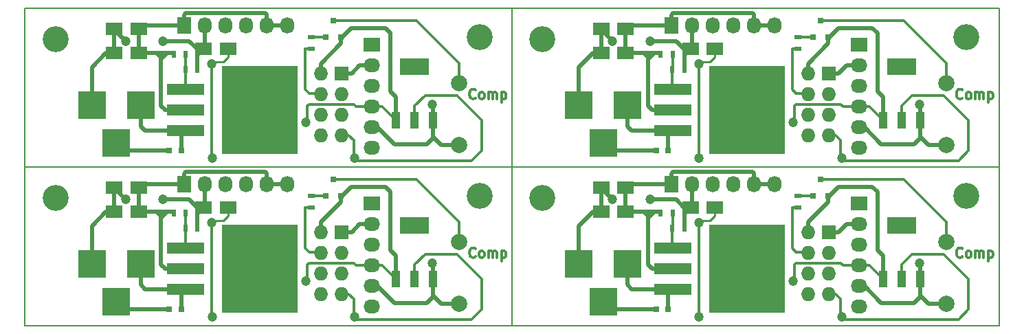
<source format=gbr>
G04 #@! TF.FileFunction,Copper,L1,Top,Signal*
%FSLAX46Y46*%
G04 Gerber Fmt 4.6, Leading zero omitted, Abs format (unit mm)*
G04 Created by KiCad (PCBNEW (2015-01-16 BZR 5376)-product) date 1/21/2016 3:46:14 PM*
%MOMM*%
G01*
G04 APERTURE LIST*
%ADD10C,0.100000*%
%ADD11C,0.150000*%
%ADD12C,0.300000*%
%ADD13C,3.200000*%
%ADD14R,2.032000X1.727200*%
%ADD15O,2.032000X1.727200*%
%ADD16R,4.600000X1.390000*%
%ADD17R,9.400000X10.800000*%
%ADD18R,0.500000X0.900000*%
%ADD19R,2.148840X1.501140*%
%ADD20R,3.657600X2.032000*%
%ADD21R,1.016000X2.032000*%
%ADD22C,2.000000*%
%ADD23R,0.900000X0.500000*%
%ADD24R,0.800100X0.800100*%
%ADD25R,1.727200X2.032000*%
%ADD26O,1.727200X2.032000*%
%ADD27R,3.500120X3.500120*%
%ADD28R,0.800000X0.750000*%
%ADD29R,1.727200X1.727200*%
%ADD30O,1.727200X1.727200*%
%ADD31C,1.200000*%
%ADD32C,0.500000*%
%ADD33C,0.350000*%
%ADD34C,0.250000*%
G04 APERTURE END LIST*
D10*
D11*
X206000000Y-77500000D02*
X206000000Y-77000000D01*
X206000000Y-77000000D02*
X146000000Y-77000000D01*
X146000000Y-77000000D02*
X146000000Y-96500000D01*
X146000000Y-96500000D02*
X206000000Y-96500000D01*
X206000000Y-96500000D02*
X206000000Y-77500000D01*
D12*
X201485715Y-88028571D02*
X201428572Y-88085714D01*
X201257143Y-88142857D01*
X201142857Y-88142857D01*
X200971429Y-88085714D01*
X200857143Y-87971429D01*
X200800000Y-87857143D01*
X200742857Y-87628571D01*
X200742857Y-87457143D01*
X200800000Y-87228571D01*
X200857143Y-87114286D01*
X200971429Y-87000000D01*
X201142857Y-86942857D01*
X201257143Y-86942857D01*
X201428572Y-87000000D01*
X201485715Y-87057143D01*
X202171429Y-88142857D02*
X202057143Y-88085714D01*
X202000000Y-88028571D01*
X201942857Y-87914286D01*
X201942857Y-87571429D01*
X202000000Y-87457143D01*
X202057143Y-87400000D01*
X202171429Y-87342857D01*
X202342857Y-87342857D01*
X202457143Y-87400000D01*
X202514286Y-87457143D01*
X202571429Y-87571429D01*
X202571429Y-87914286D01*
X202514286Y-88028571D01*
X202457143Y-88085714D01*
X202342857Y-88142857D01*
X202171429Y-88142857D01*
X203085714Y-88142857D02*
X203085714Y-87342857D01*
X203085714Y-87457143D02*
X203142857Y-87400000D01*
X203257143Y-87342857D01*
X203428571Y-87342857D01*
X203542857Y-87400000D01*
X203600000Y-87514286D01*
X203600000Y-88142857D01*
X203600000Y-87514286D02*
X203657143Y-87400000D01*
X203771429Y-87342857D01*
X203942857Y-87342857D01*
X204057143Y-87400000D01*
X204114286Y-87514286D01*
X204114286Y-88142857D01*
X204685714Y-87342857D02*
X204685714Y-88542857D01*
X204685714Y-87400000D02*
X204800000Y-87342857D01*
X205028571Y-87342857D01*
X205142857Y-87400000D01*
X205200000Y-87457143D01*
X205257143Y-87571429D01*
X205257143Y-87914286D01*
X205200000Y-88028571D01*
X205142857Y-88085714D01*
X205028571Y-88142857D01*
X204800000Y-88142857D01*
X204685714Y-88085714D01*
X201485715Y-107578571D02*
X201428572Y-107635714D01*
X201257143Y-107692857D01*
X201142857Y-107692857D01*
X200971429Y-107635714D01*
X200857143Y-107521429D01*
X200800000Y-107407143D01*
X200742857Y-107178571D01*
X200742857Y-107007143D01*
X200800000Y-106778571D01*
X200857143Y-106664286D01*
X200971429Y-106550000D01*
X201142857Y-106492857D01*
X201257143Y-106492857D01*
X201428572Y-106550000D01*
X201485715Y-106607143D01*
X202171429Y-107692857D02*
X202057143Y-107635714D01*
X202000000Y-107578571D01*
X201942857Y-107464286D01*
X201942857Y-107121429D01*
X202000000Y-107007143D01*
X202057143Y-106950000D01*
X202171429Y-106892857D01*
X202342857Y-106892857D01*
X202457143Y-106950000D01*
X202514286Y-107007143D01*
X202571429Y-107121429D01*
X202571429Y-107464286D01*
X202514286Y-107578571D01*
X202457143Y-107635714D01*
X202342857Y-107692857D01*
X202171429Y-107692857D01*
X203085714Y-107692857D02*
X203085714Y-106892857D01*
X203085714Y-107007143D02*
X203142857Y-106950000D01*
X203257143Y-106892857D01*
X203428571Y-106892857D01*
X203542857Y-106950000D01*
X203600000Y-107064286D01*
X203600000Y-107692857D01*
X203600000Y-107064286D02*
X203657143Y-106950000D01*
X203771429Y-106892857D01*
X203942857Y-106892857D01*
X204057143Y-106950000D01*
X204114286Y-107064286D01*
X204114286Y-107692857D01*
X204685714Y-106892857D02*
X204685714Y-108092857D01*
X204685714Y-106950000D02*
X204800000Y-106892857D01*
X205028571Y-106892857D01*
X205142857Y-106950000D01*
X205200000Y-107007143D01*
X205257143Y-107121429D01*
X205257143Y-107464286D01*
X205200000Y-107578571D01*
X205142857Y-107635714D01*
X205028571Y-107692857D01*
X204800000Y-107692857D01*
X204685714Y-107635714D01*
D11*
X206000000Y-116050000D02*
X206000000Y-97050000D01*
X146000000Y-116050000D02*
X206000000Y-116050000D01*
X146000000Y-96550000D02*
X146000000Y-116050000D01*
X206000000Y-96550000D02*
X146000000Y-96550000D01*
X206000000Y-97050000D02*
X206000000Y-96550000D01*
X146000000Y-97050000D02*
X146000000Y-96550000D01*
X146000000Y-96550000D02*
X86000000Y-96550000D01*
X86000000Y-96550000D02*
X86000000Y-116050000D01*
X86000000Y-116050000D02*
X146000000Y-116050000D01*
X146000000Y-116050000D02*
X146000000Y-97050000D01*
D12*
X141485715Y-107578571D02*
X141428572Y-107635714D01*
X141257143Y-107692857D01*
X141142857Y-107692857D01*
X140971429Y-107635714D01*
X140857143Y-107521429D01*
X140800000Y-107407143D01*
X140742857Y-107178571D01*
X140742857Y-107007143D01*
X140800000Y-106778571D01*
X140857143Y-106664286D01*
X140971429Y-106550000D01*
X141142857Y-106492857D01*
X141257143Y-106492857D01*
X141428572Y-106550000D01*
X141485715Y-106607143D01*
X142171429Y-107692857D02*
X142057143Y-107635714D01*
X142000000Y-107578571D01*
X141942857Y-107464286D01*
X141942857Y-107121429D01*
X142000000Y-107007143D01*
X142057143Y-106950000D01*
X142171429Y-106892857D01*
X142342857Y-106892857D01*
X142457143Y-106950000D01*
X142514286Y-107007143D01*
X142571429Y-107121429D01*
X142571429Y-107464286D01*
X142514286Y-107578571D01*
X142457143Y-107635714D01*
X142342857Y-107692857D01*
X142171429Y-107692857D01*
X143085714Y-107692857D02*
X143085714Y-106892857D01*
X143085714Y-107007143D02*
X143142857Y-106950000D01*
X143257143Y-106892857D01*
X143428571Y-106892857D01*
X143542857Y-106950000D01*
X143600000Y-107064286D01*
X143600000Y-107692857D01*
X143600000Y-107064286D02*
X143657143Y-106950000D01*
X143771429Y-106892857D01*
X143942857Y-106892857D01*
X144057143Y-106950000D01*
X144114286Y-107064286D01*
X144114286Y-107692857D01*
X144685714Y-106892857D02*
X144685714Y-108092857D01*
X144685714Y-106950000D02*
X144800000Y-106892857D01*
X145028571Y-106892857D01*
X145142857Y-106950000D01*
X145200000Y-107007143D01*
X145257143Y-107121429D01*
X145257143Y-107464286D01*
X145200000Y-107578571D01*
X145142857Y-107635714D01*
X145028571Y-107692857D01*
X144800000Y-107692857D01*
X144685714Y-107635714D01*
X141485715Y-88028571D02*
X141428572Y-88085714D01*
X141257143Y-88142857D01*
X141142857Y-88142857D01*
X140971429Y-88085714D01*
X140857143Y-87971429D01*
X140800000Y-87857143D01*
X140742857Y-87628571D01*
X140742857Y-87457143D01*
X140800000Y-87228571D01*
X140857143Y-87114286D01*
X140971429Y-87000000D01*
X141142857Y-86942857D01*
X141257143Y-86942857D01*
X141428572Y-87000000D01*
X141485715Y-87057143D01*
X142171429Y-88142857D02*
X142057143Y-88085714D01*
X142000000Y-88028571D01*
X141942857Y-87914286D01*
X141942857Y-87571429D01*
X142000000Y-87457143D01*
X142057143Y-87400000D01*
X142171429Y-87342857D01*
X142342857Y-87342857D01*
X142457143Y-87400000D01*
X142514286Y-87457143D01*
X142571429Y-87571429D01*
X142571429Y-87914286D01*
X142514286Y-88028571D01*
X142457143Y-88085714D01*
X142342857Y-88142857D01*
X142171429Y-88142857D01*
X143085714Y-88142857D02*
X143085714Y-87342857D01*
X143085714Y-87457143D02*
X143142857Y-87400000D01*
X143257143Y-87342857D01*
X143428571Y-87342857D01*
X143542857Y-87400000D01*
X143600000Y-87514286D01*
X143600000Y-88142857D01*
X143600000Y-87514286D02*
X143657143Y-87400000D01*
X143771429Y-87342857D01*
X143942857Y-87342857D01*
X144057143Y-87400000D01*
X144114286Y-87514286D01*
X144114286Y-88142857D01*
X144685714Y-87342857D02*
X144685714Y-88542857D01*
X144685714Y-87400000D02*
X144800000Y-87342857D01*
X145028571Y-87342857D01*
X145142857Y-87400000D01*
X145200000Y-87457143D01*
X145257143Y-87571429D01*
X145257143Y-87914286D01*
X145200000Y-88028571D01*
X145142857Y-88085714D01*
X145028571Y-88142857D01*
X144800000Y-88142857D01*
X144685714Y-88085714D01*
D11*
X146000000Y-96500000D02*
X146000000Y-77500000D01*
X86000000Y-96500000D02*
X146000000Y-96500000D01*
X86000000Y-77000000D02*
X86000000Y-96500000D01*
X146000000Y-77000000D02*
X86000000Y-77000000D01*
X146000000Y-77500000D02*
X146000000Y-77000000D01*
D13*
X149750000Y-80750000D03*
D14*
X188750000Y-81500000D03*
D15*
X188750000Y-84040000D03*
X188750000Y-86580000D03*
X188750000Y-89120000D03*
X188750000Y-91660000D03*
X188750000Y-94200000D03*
D16*
X165775000Y-89475000D03*
D17*
X174925000Y-89475000D03*
D16*
X165775000Y-92015000D03*
X165775000Y-86935000D03*
D18*
X164300000Y-82675000D03*
X165800000Y-82675000D03*
X165750000Y-84500000D03*
X167250000Y-84500000D03*
D19*
X156998860Y-82500000D03*
X160001140Y-82500000D03*
D20*
X194000000Y-84198000D03*
D21*
X194000000Y-90802000D03*
X196286000Y-90802000D03*
X191714000Y-90802000D03*
D22*
X199500000Y-93799840D03*
X199500000Y-86200160D03*
D23*
X181250000Y-80500000D03*
X181250000Y-82000000D03*
D24*
X183050000Y-80500760D03*
X184950000Y-80500760D03*
X184000000Y-78501780D03*
D25*
X165600000Y-79075000D03*
D26*
X168140000Y-79075000D03*
X170680000Y-79075000D03*
X173220000Y-79075000D03*
X175760000Y-79075000D03*
X178300000Y-79075000D03*
D13*
X202000000Y-80500000D03*
D27*
X160250140Y-88900000D03*
X154250660Y-88900000D03*
X157250400Y-93599000D03*
D19*
X167998860Y-82000000D03*
X171001140Y-82000000D03*
X156998860Y-79500000D03*
X160001140Y-79500000D03*
D28*
X165250000Y-94500000D03*
X163750000Y-94500000D03*
D29*
X185000000Y-85000000D03*
D30*
X182460000Y-85000000D03*
X185000000Y-87540000D03*
X182460000Y-87540000D03*
X185000000Y-90080000D03*
X182460000Y-90080000D03*
X185000000Y-92620000D03*
X182460000Y-92620000D03*
D29*
X185000000Y-104550000D03*
D30*
X182460000Y-104550000D03*
X185000000Y-107090000D03*
X182460000Y-107090000D03*
X185000000Y-109630000D03*
X182460000Y-109630000D03*
X185000000Y-112170000D03*
X182460000Y-112170000D03*
D28*
X165250000Y-114050000D03*
X163750000Y-114050000D03*
D19*
X156998860Y-99050000D03*
X160001140Y-99050000D03*
X167998860Y-101550000D03*
X171001140Y-101550000D03*
D27*
X160250140Y-108450000D03*
X154250660Y-108450000D03*
X157250400Y-113149000D03*
D13*
X202000000Y-100050000D03*
D25*
X165600000Y-98625000D03*
D26*
X168140000Y-98625000D03*
X170680000Y-98625000D03*
X173220000Y-98625000D03*
X175760000Y-98625000D03*
X178300000Y-98625000D03*
D24*
X183050000Y-100050760D03*
X184950000Y-100050760D03*
X184000000Y-98051780D03*
D23*
X181250000Y-100050000D03*
X181250000Y-101550000D03*
D22*
X199500000Y-113349840D03*
X199500000Y-105750160D03*
D20*
X194000000Y-103748000D03*
D21*
X194000000Y-110352000D03*
X196286000Y-110352000D03*
X191714000Y-110352000D03*
D19*
X156998860Y-102050000D03*
X160001140Y-102050000D03*
D18*
X165750000Y-104050000D03*
X167250000Y-104050000D03*
X164300000Y-102225000D03*
X165800000Y-102225000D03*
D16*
X165775000Y-109025000D03*
D17*
X174925000Y-109025000D03*
D16*
X165775000Y-111565000D03*
X165775000Y-106485000D03*
D14*
X188750000Y-101050000D03*
D15*
X188750000Y-103590000D03*
X188750000Y-106130000D03*
X188750000Y-108670000D03*
X188750000Y-111210000D03*
X188750000Y-113750000D03*
D13*
X149750000Y-100300000D03*
X89750000Y-100300000D03*
D14*
X128750000Y-101050000D03*
D15*
X128750000Y-103590000D03*
X128750000Y-106130000D03*
X128750000Y-108670000D03*
X128750000Y-111210000D03*
X128750000Y-113750000D03*
D16*
X105775000Y-109025000D03*
D17*
X114925000Y-109025000D03*
D16*
X105775000Y-111565000D03*
X105775000Y-106485000D03*
D18*
X104300000Y-102225000D03*
X105800000Y-102225000D03*
X105750000Y-104050000D03*
X107250000Y-104050000D03*
D19*
X96998860Y-102050000D03*
X100001140Y-102050000D03*
D20*
X134000000Y-103748000D03*
D21*
X134000000Y-110352000D03*
X136286000Y-110352000D03*
X131714000Y-110352000D03*
D22*
X139500000Y-113349840D03*
X139500000Y-105750160D03*
D23*
X121250000Y-100050000D03*
X121250000Y-101550000D03*
D24*
X123050000Y-100050760D03*
X124950000Y-100050760D03*
X124000000Y-98051780D03*
D25*
X105600000Y-98625000D03*
D26*
X108140000Y-98625000D03*
X110680000Y-98625000D03*
X113220000Y-98625000D03*
X115760000Y-98625000D03*
X118300000Y-98625000D03*
D13*
X142000000Y-100050000D03*
D27*
X100250140Y-108450000D03*
X94250660Y-108450000D03*
X97250400Y-113149000D03*
D19*
X107998860Y-101550000D03*
X111001140Y-101550000D03*
X96998860Y-99050000D03*
X100001140Y-99050000D03*
D28*
X105250000Y-114050000D03*
X103750000Y-114050000D03*
D29*
X125000000Y-104550000D03*
D30*
X122460000Y-104550000D03*
X125000000Y-107090000D03*
X122460000Y-107090000D03*
X125000000Y-109630000D03*
X122460000Y-109630000D03*
X125000000Y-112170000D03*
X122460000Y-112170000D03*
D29*
X125000000Y-85000000D03*
D30*
X122460000Y-85000000D03*
X125000000Y-87540000D03*
X122460000Y-87540000D03*
X125000000Y-90080000D03*
X122460000Y-90080000D03*
X125000000Y-92620000D03*
X122460000Y-92620000D03*
D28*
X105250000Y-94500000D03*
X103750000Y-94500000D03*
D19*
X96998860Y-79500000D03*
X100001140Y-79500000D03*
X107998860Y-82000000D03*
X111001140Y-82000000D03*
D27*
X100250140Y-88900000D03*
X94250660Y-88900000D03*
X97250400Y-93599000D03*
D13*
X142000000Y-80500000D03*
D25*
X105600000Y-79075000D03*
D26*
X108140000Y-79075000D03*
X110680000Y-79075000D03*
X113220000Y-79075000D03*
X115760000Y-79075000D03*
X118300000Y-79075000D03*
D24*
X123050000Y-80500760D03*
X124950000Y-80500760D03*
X124000000Y-78501780D03*
D23*
X121250000Y-80500000D03*
X121250000Y-82000000D03*
D22*
X139500000Y-93799840D03*
X139500000Y-86200160D03*
D20*
X134000000Y-84198000D03*
D21*
X134000000Y-90802000D03*
X136286000Y-90802000D03*
X131714000Y-90802000D03*
D19*
X96998860Y-82500000D03*
X100001140Y-82500000D03*
D18*
X105750000Y-84500000D03*
X107250000Y-84500000D03*
X104300000Y-82675000D03*
X105800000Y-82675000D03*
D16*
X105775000Y-89475000D03*
D17*
X114925000Y-89475000D03*
D16*
X105775000Y-92015000D03*
X105775000Y-86935000D03*
D14*
X128750000Y-81500000D03*
D15*
X128750000Y-84040000D03*
X128750000Y-86580000D03*
X128750000Y-89120000D03*
X128750000Y-91660000D03*
X128750000Y-94200000D03*
D13*
X89750000Y-80750000D03*
D31*
X158400000Y-81000000D03*
X163000000Y-81000000D03*
X180600000Y-91050000D03*
X180600000Y-110600000D03*
X163000000Y-100550000D03*
X158400000Y-100550000D03*
X98400000Y-100550000D03*
X103000000Y-100550000D03*
X120600000Y-110600000D03*
X120600000Y-91050000D03*
X103000000Y-81000000D03*
X98400000Y-81000000D03*
X196200000Y-88800000D03*
X196200000Y-108350000D03*
X136200000Y-108350000D03*
X136200000Y-88800000D03*
X186600000Y-95400000D03*
X169000000Y-83800000D03*
X169050000Y-95450000D03*
X169050000Y-115000000D03*
X169000000Y-103350000D03*
X186600000Y-114950000D03*
X126600000Y-114950000D03*
X109000000Y-103350000D03*
X109050000Y-115000000D03*
X109050000Y-95450000D03*
X109000000Y-83800000D03*
X126600000Y-95400000D03*
D32*
X165250000Y-94500000D02*
X165250000Y-92540000D01*
X165250000Y-92540000D02*
X165775000Y-92015000D01*
X165775000Y-92015000D02*
X160765000Y-92015000D01*
X160250140Y-91500140D02*
X160250140Y-88900000D01*
X160765000Y-92015000D02*
X160250140Y-91500140D01*
X160765000Y-111565000D02*
X160250140Y-111050140D01*
X160250140Y-111050140D02*
X160250140Y-108450000D01*
X165775000Y-111565000D02*
X160765000Y-111565000D01*
X165250000Y-112090000D02*
X165775000Y-111565000D01*
X165250000Y-114050000D02*
X165250000Y-112090000D01*
X105250000Y-114050000D02*
X105250000Y-112090000D01*
X105250000Y-112090000D02*
X105775000Y-111565000D01*
X105775000Y-111565000D02*
X100765000Y-111565000D01*
X100250140Y-111050140D02*
X100250140Y-108450000D01*
X100765000Y-111565000D02*
X100250140Y-111050140D01*
X100765000Y-92015000D02*
X100250140Y-91500140D01*
X100250140Y-91500140D02*
X100250140Y-88900000D01*
X105775000Y-92015000D02*
X100765000Y-92015000D01*
X105250000Y-92540000D02*
X105775000Y-92015000D01*
X105250000Y-94500000D02*
X105250000Y-92540000D01*
D33*
X188750000Y-89120000D02*
X190032000Y-89120000D01*
X190032000Y-89120000D02*
X191714000Y-90802000D01*
D32*
X163800000Y-94550000D02*
X163750000Y-94500000D01*
X191714000Y-90802000D02*
X191714000Y-87914000D01*
X191714000Y-87914000D02*
X191000000Y-87200000D01*
X191000000Y-87200000D02*
X191000000Y-80000000D01*
X191000000Y-80000000D02*
X190400000Y-79400000D01*
X190400000Y-79400000D02*
X186200000Y-79400000D01*
X186200000Y-79400000D02*
X185099240Y-80500760D01*
X185099240Y-80500760D02*
X184950000Y-80500760D01*
X163750000Y-94500000D02*
X158151400Y-94500000D01*
X158151400Y-94500000D02*
X157250400Y-93599000D01*
X182460000Y-85000000D02*
X182460000Y-83790000D01*
X184950000Y-81300000D02*
X184950000Y-80500760D01*
X182460000Y-83790000D02*
X184950000Y-81300000D01*
X167998860Y-82000000D02*
X167200000Y-82000000D01*
X167200000Y-82000000D02*
X166200000Y-81000000D01*
X158400000Y-81000000D02*
X156998860Y-79598860D01*
X166200000Y-81000000D02*
X163000000Y-81000000D01*
X156998860Y-79598860D02*
X156998860Y-79500000D01*
X168140000Y-79075000D02*
X168140000Y-81858860D01*
X168140000Y-81858860D02*
X167998860Y-82000000D01*
X156998860Y-82500000D02*
X156000000Y-82500000D01*
X156000000Y-82500000D02*
X154250660Y-84249340D01*
X154250660Y-84249340D02*
X154250660Y-88900000D01*
X156998860Y-82500000D02*
X156998860Y-79500000D01*
X167250000Y-84500000D02*
X167250000Y-82748860D01*
X167250000Y-82748860D02*
X167998860Y-82000000D01*
D33*
X180600000Y-91050000D02*
X180800000Y-90850000D01*
X180800000Y-90850000D02*
X180800000Y-89000000D01*
X188750000Y-89120000D02*
X186820000Y-89120000D01*
X181000000Y-88800000D02*
X180800000Y-89000000D01*
X186500000Y-88800000D02*
X181000000Y-88800000D01*
X186820000Y-89120000D02*
X186500000Y-88800000D01*
X186820000Y-108670000D02*
X186500000Y-108350000D01*
X186500000Y-108350000D02*
X181000000Y-108350000D01*
X181000000Y-108350000D02*
X180800000Y-108550000D01*
X188750000Y-108670000D02*
X186820000Y-108670000D01*
X180800000Y-110400000D02*
X180800000Y-108550000D01*
X180600000Y-110600000D02*
X180800000Y-110400000D01*
D32*
X167250000Y-102298860D02*
X167998860Y-101550000D01*
X167250000Y-104050000D02*
X167250000Y-102298860D01*
X156998860Y-102050000D02*
X156998860Y-99050000D01*
X154250660Y-103799340D02*
X154250660Y-108450000D01*
X156000000Y-102050000D02*
X154250660Y-103799340D01*
X156998860Y-102050000D02*
X156000000Y-102050000D01*
X168140000Y-101408860D02*
X167998860Y-101550000D01*
X168140000Y-98625000D02*
X168140000Y-101408860D01*
X156998860Y-99148860D02*
X156998860Y-99050000D01*
X166200000Y-100550000D02*
X163000000Y-100550000D01*
X158400000Y-100550000D02*
X156998860Y-99148860D01*
X167200000Y-101550000D02*
X166200000Y-100550000D01*
X167998860Y-101550000D02*
X167200000Y-101550000D01*
X182460000Y-103340000D02*
X184950000Y-100850000D01*
X184950000Y-100850000D02*
X184950000Y-100050760D01*
X182460000Y-104550000D02*
X182460000Y-103340000D01*
X158151400Y-114050000D02*
X157250400Y-113149000D01*
X163750000Y-114050000D02*
X158151400Y-114050000D01*
X185099240Y-100050760D02*
X184950000Y-100050760D01*
X186200000Y-98950000D02*
X185099240Y-100050760D01*
X190400000Y-98950000D02*
X186200000Y-98950000D01*
X191000000Y-99550000D02*
X190400000Y-98950000D01*
X191000000Y-106750000D02*
X191000000Y-99550000D01*
X191714000Y-107464000D02*
X191000000Y-106750000D01*
X191714000Y-110352000D02*
X191714000Y-107464000D01*
X163800000Y-114100000D02*
X163750000Y-114050000D01*
D33*
X190032000Y-108670000D02*
X191714000Y-110352000D01*
X188750000Y-108670000D02*
X190032000Y-108670000D01*
X128750000Y-108670000D02*
X130032000Y-108670000D01*
X130032000Y-108670000D02*
X131714000Y-110352000D01*
D32*
X103800000Y-114100000D02*
X103750000Y-114050000D01*
X131714000Y-110352000D02*
X131714000Y-107464000D01*
X131714000Y-107464000D02*
X131000000Y-106750000D01*
X131000000Y-106750000D02*
X131000000Y-99550000D01*
X131000000Y-99550000D02*
X130400000Y-98950000D01*
X130400000Y-98950000D02*
X126200000Y-98950000D01*
X126200000Y-98950000D02*
X125099240Y-100050760D01*
X125099240Y-100050760D02*
X124950000Y-100050760D01*
X103750000Y-114050000D02*
X98151400Y-114050000D01*
X98151400Y-114050000D02*
X97250400Y-113149000D01*
X122460000Y-104550000D02*
X122460000Y-103340000D01*
X124950000Y-100850000D02*
X124950000Y-100050760D01*
X122460000Y-103340000D02*
X124950000Y-100850000D01*
X107998860Y-101550000D02*
X107200000Y-101550000D01*
X107200000Y-101550000D02*
X106200000Y-100550000D01*
X98400000Y-100550000D02*
X96998860Y-99148860D01*
X106200000Y-100550000D02*
X103000000Y-100550000D01*
X96998860Y-99148860D02*
X96998860Y-99050000D01*
X108140000Y-98625000D02*
X108140000Y-101408860D01*
X108140000Y-101408860D02*
X107998860Y-101550000D01*
X96998860Y-102050000D02*
X96000000Y-102050000D01*
X96000000Y-102050000D02*
X94250660Y-103799340D01*
X94250660Y-103799340D02*
X94250660Y-108450000D01*
X96998860Y-102050000D02*
X96998860Y-99050000D01*
X107250000Y-104050000D02*
X107250000Y-102298860D01*
X107250000Y-102298860D02*
X107998860Y-101550000D01*
D33*
X120600000Y-110600000D02*
X120800000Y-110400000D01*
X120800000Y-110400000D02*
X120800000Y-108550000D01*
X128750000Y-108670000D02*
X126820000Y-108670000D01*
X121000000Y-108350000D02*
X120800000Y-108550000D01*
X126500000Y-108350000D02*
X121000000Y-108350000D01*
X126820000Y-108670000D02*
X126500000Y-108350000D01*
X126820000Y-89120000D02*
X126500000Y-88800000D01*
X126500000Y-88800000D02*
X121000000Y-88800000D01*
X121000000Y-88800000D02*
X120800000Y-89000000D01*
X128750000Y-89120000D02*
X126820000Y-89120000D01*
X120800000Y-90850000D02*
X120800000Y-89000000D01*
X120600000Y-91050000D02*
X120800000Y-90850000D01*
D32*
X107250000Y-82748860D02*
X107998860Y-82000000D01*
X107250000Y-84500000D02*
X107250000Y-82748860D01*
X96998860Y-82500000D02*
X96998860Y-79500000D01*
X94250660Y-84249340D02*
X94250660Y-88900000D01*
X96000000Y-82500000D02*
X94250660Y-84249340D01*
X96998860Y-82500000D02*
X96000000Y-82500000D01*
X108140000Y-81858860D02*
X107998860Y-82000000D01*
X108140000Y-79075000D02*
X108140000Y-81858860D01*
X96998860Y-79598860D02*
X96998860Y-79500000D01*
X106200000Y-81000000D02*
X103000000Y-81000000D01*
X98400000Y-81000000D02*
X96998860Y-79598860D01*
X107200000Y-82000000D02*
X106200000Y-81000000D01*
X107998860Y-82000000D02*
X107200000Y-82000000D01*
X122460000Y-83790000D02*
X124950000Y-81300000D01*
X124950000Y-81300000D02*
X124950000Y-80500760D01*
X122460000Y-85000000D02*
X122460000Y-83790000D01*
X98151400Y-94500000D02*
X97250400Y-93599000D01*
X103750000Y-94500000D02*
X98151400Y-94500000D01*
X125099240Y-80500760D02*
X124950000Y-80500760D01*
X126200000Y-79400000D02*
X125099240Y-80500760D01*
X130400000Y-79400000D02*
X126200000Y-79400000D01*
X131000000Y-80000000D02*
X130400000Y-79400000D01*
X131000000Y-87200000D02*
X131000000Y-80000000D01*
X131714000Y-87914000D02*
X131000000Y-87200000D01*
X131714000Y-90802000D02*
X131714000Y-87914000D01*
X103800000Y-94550000D02*
X103750000Y-94500000D01*
D33*
X130032000Y-89120000D02*
X131714000Y-90802000D01*
X128750000Y-89120000D02*
X130032000Y-89120000D01*
D32*
X165600000Y-79075000D02*
X165600000Y-77800000D01*
X175760000Y-77760000D02*
X175760000Y-79075000D01*
X175600000Y-77600000D02*
X175760000Y-77760000D01*
X165800000Y-77600000D02*
X175600000Y-77600000D01*
X165600000Y-77800000D02*
X165800000Y-77600000D01*
X175760000Y-79075000D02*
X178300000Y-79075000D01*
X162250000Y-82500000D02*
X162750000Y-83000000D01*
X162750000Y-83000000D02*
X162750000Y-83250000D01*
X162750000Y-83250000D02*
X162750000Y-82500000D01*
X165775000Y-89475000D02*
X163275000Y-89475000D01*
X162750000Y-83250000D02*
X163500000Y-82500000D01*
X160001140Y-82500000D02*
X162250000Y-82500000D01*
X162250000Y-82500000D02*
X162750000Y-82500000D01*
X162750000Y-82500000D02*
X163500000Y-82500000D01*
X163500000Y-82500000D02*
X164125000Y-82500000D01*
X164125000Y-82500000D02*
X164300000Y-82675000D01*
X160001140Y-79500000D02*
X160001140Y-82500000D01*
X165600000Y-79075000D02*
X160426140Y-79075000D01*
X160426140Y-79075000D02*
X160001140Y-79500000D01*
X196200000Y-88800000D02*
X196286000Y-88886000D01*
X196286000Y-88886000D02*
X196286000Y-90802000D01*
X196286000Y-92500000D02*
X196286000Y-92964000D01*
X191500000Y-93750000D02*
X189410000Y-91660000D01*
X195500000Y-93750000D02*
X191500000Y-93750000D01*
X196286000Y-92964000D02*
X195500000Y-93750000D01*
X189410000Y-91660000D02*
X188750000Y-91660000D01*
X199500000Y-93799840D02*
X197299840Y-93799840D01*
X196286000Y-92786000D02*
X196286000Y-92500000D01*
X196286000Y-92500000D02*
X196286000Y-90802000D01*
X197299840Y-93799840D02*
X196286000Y-92786000D01*
X163275000Y-89475000D02*
X163050000Y-89250000D01*
X163050000Y-89250000D02*
X163000000Y-89250000D01*
X163000000Y-89250000D02*
X162750000Y-89000000D01*
X162750000Y-89000000D02*
X162750000Y-83250000D01*
X162750000Y-108550000D02*
X162750000Y-102800000D01*
X163000000Y-108800000D02*
X162750000Y-108550000D01*
X163050000Y-108800000D02*
X163000000Y-108800000D01*
X163275000Y-109025000D02*
X163050000Y-108800000D01*
X197299840Y-113349840D02*
X196286000Y-112336000D01*
X196286000Y-112050000D02*
X196286000Y-110352000D01*
X196286000Y-112336000D02*
X196286000Y-112050000D01*
X199500000Y-113349840D02*
X197299840Y-113349840D01*
X189410000Y-111210000D02*
X188750000Y-111210000D01*
X196286000Y-112514000D02*
X195500000Y-113300000D01*
X195500000Y-113300000D02*
X191500000Y-113300000D01*
X191500000Y-113300000D02*
X189410000Y-111210000D01*
X196286000Y-112050000D02*
X196286000Y-112514000D01*
X196286000Y-108436000D02*
X196286000Y-110352000D01*
X196200000Y-108350000D02*
X196286000Y-108436000D01*
X160426140Y-98625000D02*
X160001140Y-99050000D01*
X165600000Y-98625000D02*
X160426140Y-98625000D01*
X160001140Y-99050000D02*
X160001140Y-102050000D01*
X164125000Y-102050000D02*
X164300000Y-102225000D01*
X163500000Y-102050000D02*
X164125000Y-102050000D01*
X162750000Y-102050000D02*
X163500000Y-102050000D01*
X162250000Y-102050000D02*
X162750000Y-102050000D01*
X160001140Y-102050000D02*
X162250000Y-102050000D01*
X162750000Y-102800000D02*
X163500000Y-102050000D01*
X165775000Y-109025000D02*
X163275000Y-109025000D01*
X162750000Y-102800000D02*
X162750000Y-102050000D01*
X162750000Y-102550000D02*
X162750000Y-102800000D01*
X162250000Y-102050000D02*
X162750000Y-102550000D01*
X175760000Y-98625000D02*
X178300000Y-98625000D01*
X165600000Y-97350000D02*
X165800000Y-97150000D01*
X165800000Y-97150000D02*
X175600000Y-97150000D01*
X175600000Y-97150000D02*
X175760000Y-97310000D01*
X175760000Y-97310000D02*
X175760000Y-98625000D01*
X165600000Y-98625000D02*
X165600000Y-97350000D01*
X105600000Y-98625000D02*
X105600000Y-97350000D01*
X115760000Y-97310000D02*
X115760000Y-98625000D01*
X115600000Y-97150000D02*
X115760000Y-97310000D01*
X105800000Y-97150000D02*
X115600000Y-97150000D01*
X105600000Y-97350000D02*
X105800000Y-97150000D01*
X115760000Y-98625000D02*
X118300000Y-98625000D01*
X102250000Y-102050000D02*
X102750000Y-102550000D01*
X102750000Y-102550000D02*
X102750000Y-102800000D01*
X102750000Y-102800000D02*
X102750000Y-102050000D01*
X105775000Y-109025000D02*
X103275000Y-109025000D01*
X102750000Y-102800000D02*
X103500000Y-102050000D01*
X100001140Y-102050000D02*
X102250000Y-102050000D01*
X102250000Y-102050000D02*
X102750000Y-102050000D01*
X102750000Y-102050000D02*
X103500000Y-102050000D01*
X103500000Y-102050000D02*
X104125000Y-102050000D01*
X104125000Y-102050000D02*
X104300000Y-102225000D01*
X100001140Y-99050000D02*
X100001140Y-102050000D01*
X105600000Y-98625000D02*
X100426140Y-98625000D01*
X100426140Y-98625000D02*
X100001140Y-99050000D01*
X136200000Y-108350000D02*
X136286000Y-108436000D01*
X136286000Y-108436000D02*
X136286000Y-110352000D01*
X136286000Y-112050000D02*
X136286000Y-112514000D01*
X131500000Y-113300000D02*
X129410000Y-111210000D01*
X135500000Y-113300000D02*
X131500000Y-113300000D01*
X136286000Y-112514000D02*
X135500000Y-113300000D01*
X129410000Y-111210000D02*
X128750000Y-111210000D01*
X139500000Y-113349840D02*
X137299840Y-113349840D01*
X136286000Y-112336000D02*
X136286000Y-112050000D01*
X136286000Y-112050000D02*
X136286000Y-110352000D01*
X137299840Y-113349840D02*
X136286000Y-112336000D01*
X103275000Y-109025000D02*
X103050000Y-108800000D01*
X103050000Y-108800000D02*
X103000000Y-108800000D01*
X103000000Y-108800000D02*
X102750000Y-108550000D01*
X102750000Y-108550000D02*
X102750000Y-102800000D01*
X102750000Y-89000000D02*
X102750000Y-83250000D01*
X103000000Y-89250000D02*
X102750000Y-89000000D01*
X103050000Y-89250000D02*
X103000000Y-89250000D01*
X103275000Y-89475000D02*
X103050000Y-89250000D01*
X137299840Y-93799840D02*
X136286000Y-92786000D01*
X136286000Y-92500000D02*
X136286000Y-90802000D01*
X136286000Y-92786000D02*
X136286000Y-92500000D01*
X139500000Y-93799840D02*
X137299840Y-93799840D01*
X129410000Y-91660000D02*
X128750000Y-91660000D01*
X136286000Y-92964000D02*
X135500000Y-93750000D01*
X135500000Y-93750000D02*
X131500000Y-93750000D01*
X131500000Y-93750000D02*
X129410000Y-91660000D01*
X136286000Y-92500000D02*
X136286000Y-92964000D01*
X136286000Y-88886000D02*
X136286000Y-90802000D01*
X136200000Y-88800000D02*
X136286000Y-88886000D01*
X100426140Y-79075000D02*
X100001140Y-79500000D01*
X105600000Y-79075000D02*
X100426140Y-79075000D01*
X100001140Y-79500000D02*
X100001140Y-82500000D01*
X104125000Y-82500000D02*
X104300000Y-82675000D01*
X103500000Y-82500000D02*
X104125000Y-82500000D01*
X102750000Y-82500000D02*
X103500000Y-82500000D01*
X102250000Y-82500000D02*
X102750000Y-82500000D01*
X100001140Y-82500000D02*
X102250000Y-82500000D01*
X102750000Y-83250000D02*
X103500000Y-82500000D01*
X105775000Y-89475000D02*
X103275000Y-89475000D01*
X102750000Y-83250000D02*
X102750000Y-82500000D01*
X102750000Y-83000000D02*
X102750000Y-83250000D01*
X102250000Y-82500000D02*
X102750000Y-83000000D01*
X115760000Y-79075000D02*
X118300000Y-79075000D01*
X105600000Y-77800000D02*
X105800000Y-77600000D01*
X105800000Y-77600000D02*
X115600000Y-77600000D01*
X115600000Y-77600000D02*
X115760000Y-77760000D01*
X115760000Y-77760000D02*
X115760000Y-79075000D01*
X105600000Y-79075000D02*
X105600000Y-77800000D01*
D34*
X186600000Y-95400000D02*
X186625000Y-95375000D01*
X186625000Y-95375000D02*
X186600000Y-95400000D01*
X186600000Y-95400000D02*
X186600000Y-95350000D01*
X171001140Y-82998860D02*
X171001140Y-82000000D01*
X170400000Y-83600000D02*
X171001140Y-82998860D01*
X169200000Y-83600000D02*
X170400000Y-83600000D01*
X169000000Y-83800000D02*
X169200000Y-83600000D01*
D33*
X185000000Y-92620000D02*
X185870000Y-92620000D01*
X194000000Y-89000000D02*
X194000000Y-90802000D01*
X195300000Y-87700000D02*
X194000000Y-89000000D01*
X199200000Y-87700000D02*
X195300000Y-87700000D01*
X202250000Y-90750000D02*
X199200000Y-87700000D01*
X202250000Y-94500000D02*
X202250000Y-90750000D01*
X201000000Y-95750000D02*
X202250000Y-94500000D01*
X187000000Y-95750000D02*
X201000000Y-95750000D01*
D34*
X186500000Y-95250000D02*
X186600000Y-95350000D01*
D33*
X186600000Y-95350000D02*
X187000000Y-95750000D01*
X186500000Y-93250000D02*
X186500000Y-95250000D01*
X185870000Y-92620000D02*
X186500000Y-93250000D01*
X169000000Y-95400000D02*
X169050000Y-95450000D01*
X169000000Y-83800000D02*
X169000000Y-95400000D01*
X169000000Y-103350000D02*
X169000000Y-114950000D01*
X169000000Y-114950000D02*
X169050000Y-115000000D01*
X185870000Y-112170000D02*
X186500000Y-112800000D01*
X186500000Y-112800000D02*
X186500000Y-114800000D01*
X186600000Y-114900000D02*
X187000000Y-115300000D01*
D34*
X186500000Y-114800000D02*
X186600000Y-114900000D01*
D33*
X187000000Y-115300000D02*
X201000000Y-115300000D01*
X201000000Y-115300000D02*
X202250000Y-114050000D01*
X202250000Y-114050000D02*
X202250000Y-110300000D01*
X202250000Y-110300000D02*
X199200000Y-107250000D01*
X199200000Y-107250000D02*
X195300000Y-107250000D01*
X195300000Y-107250000D02*
X194000000Y-108550000D01*
X194000000Y-108550000D02*
X194000000Y-110352000D01*
X185000000Y-112170000D02*
X185870000Y-112170000D01*
D34*
X169000000Y-103350000D02*
X169200000Y-103150000D01*
X169200000Y-103150000D02*
X170400000Y-103150000D01*
X170400000Y-103150000D02*
X171001140Y-102548860D01*
X171001140Y-102548860D02*
X171001140Y-101550000D01*
X186600000Y-114950000D02*
X186600000Y-114900000D01*
X186625000Y-114925000D02*
X186600000Y-114950000D01*
X186600000Y-114950000D02*
X186625000Y-114925000D01*
X126600000Y-114950000D02*
X126625000Y-114925000D01*
X126625000Y-114925000D02*
X126600000Y-114950000D01*
X126600000Y-114950000D02*
X126600000Y-114900000D01*
X111001140Y-102548860D02*
X111001140Y-101550000D01*
X110400000Y-103150000D02*
X111001140Y-102548860D01*
X109200000Y-103150000D02*
X110400000Y-103150000D01*
X109000000Y-103350000D02*
X109200000Y-103150000D01*
D33*
X125000000Y-112170000D02*
X125870000Y-112170000D01*
X134000000Y-108550000D02*
X134000000Y-110352000D01*
X135300000Y-107250000D02*
X134000000Y-108550000D01*
X139200000Y-107250000D02*
X135300000Y-107250000D01*
X142250000Y-110300000D02*
X139200000Y-107250000D01*
X142250000Y-114050000D02*
X142250000Y-110300000D01*
X141000000Y-115300000D02*
X142250000Y-114050000D01*
X127000000Y-115300000D02*
X141000000Y-115300000D01*
D34*
X126500000Y-114800000D02*
X126600000Y-114900000D01*
D33*
X126600000Y-114900000D02*
X127000000Y-115300000D01*
X126500000Y-112800000D02*
X126500000Y-114800000D01*
X125870000Y-112170000D02*
X126500000Y-112800000D01*
X109000000Y-114950000D02*
X109050000Y-115000000D01*
X109000000Y-103350000D02*
X109000000Y-114950000D01*
X109000000Y-83800000D02*
X109000000Y-95400000D01*
X109000000Y-95400000D02*
X109050000Y-95450000D01*
X125870000Y-92620000D02*
X126500000Y-93250000D01*
X126500000Y-93250000D02*
X126500000Y-95250000D01*
X126600000Y-95350000D02*
X127000000Y-95750000D01*
D34*
X126500000Y-95250000D02*
X126600000Y-95350000D01*
D33*
X127000000Y-95750000D02*
X141000000Y-95750000D01*
X141000000Y-95750000D02*
X142250000Y-94500000D01*
X142250000Y-94500000D02*
X142250000Y-90750000D01*
X142250000Y-90750000D02*
X139200000Y-87700000D01*
X139200000Y-87700000D02*
X135300000Y-87700000D01*
X135300000Y-87700000D02*
X134000000Y-89000000D01*
X134000000Y-89000000D02*
X134000000Y-90802000D01*
X125000000Y-92620000D02*
X125870000Y-92620000D01*
D34*
X109000000Y-83800000D02*
X109200000Y-83600000D01*
X109200000Y-83600000D02*
X110400000Y-83600000D01*
X110400000Y-83600000D02*
X111001140Y-82998860D01*
X111001140Y-82998860D02*
X111001140Y-82000000D01*
X126600000Y-95400000D02*
X126600000Y-95350000D01*
X126625000Y-95375000D02*
X126600000Y-95400000D01*
X126600000Y-95400000D02*
X126625000Y-95375000D01*
D32*
X185000000Y-85000000D02*
X186250000Y-85000000D01*
X187210000Y-84040000D02*
X188750000Y-84040000D01*
X186250000Y-85000000D02*
X187210000Y-84040000D01*
X186250000Y-104550000D02*
X187210000Y-103590000D01*
X187210000Y-103590000D02*
X188750000Y-103590000D01*
X185000000Y-104550000D02*
X186250000Y-104550000D01*
X125000000Y-104550000D02*
X126250000Y-104550000D01*
X127210000Y-103590000D02*
X128750000Y-103590000D01*
X126250000Y-104550000D02*
X127210000Y-103590000D01*
X126250000Y-85000000D02*
X127210000Y-84040000D01*
X127210000Y-84040000D02*
X128750000Y-84040000D01*
X125000000Y-85000000D02*
X126250000Y-85000000D01*
D33*
X181250000Y-82000000D02*
X180500000Y-82000000D01*
X181000000Y-87500000D02*
X182420000Y-87500000D01*
X180500000Y-87000000D02*
X181000000Y-87500000D01*
X180500000Y-82000000D02*
X180500000Y-87000000D01*
D34*
X182420000Y-87500000D02*
X182460000Y-87540000D01*
X182420000Y-107050000D02*
X182460000Y-107090000D01*
D33*
X180500000Y-101550000D02*
X180500000Y-106550000D01*
X180500000Y-106550000D02*
X181000000Y-107050000D01*
X181000000Y-107050000D02*
X182420000Y-107050000D01*
X181250000Y-101550000D02*
X180500000Y-101550000D01*
X121250000Y-101550000D02*
X120500000Y-101550000D01*
X121000000Y-107050000D02*
X122420000Y-107050000D01*
X120500000Y-106550000D02*
X121000000Y-107050000D01*
X120500000Y-101550000D02*
X120500000Y-106550000D01*
D34*
X122420000Y-107050000D02*
X122460000Y-107090000D01*
X122420000Y-87500000D02*
X122460000Y-87540000D01*
D33*
X120500000Y-82000000D02*
X120500000Y-87000000D01*
X120500000Y-87000000D02*
X121000000Y-87500000D01*
X121000000Y-87500000D02*
X122420000Y-87500000D01*
X121250000Y-82000000D02*
X120500000Y-82000000D01*
X181250000Y-80500000D02*
X183049240Y-80500000D01*
D34*
X183049240Y-80500000D02*
X183050000Y-80500760D01*
X183049240Y-100050000D02*
X183050000Y-100050760D01*
D33*
X181250000Y-100050000D02*
X183049240Y-100050000D01*
X121250000Y-100050000D02*
X123049240Y-100050000D01*
D34*
X123049240Y-100050000D02*
X123050000Y-100050760D01*
X123049240Y-80500000D02*
X123050000Y-80500760D01*
D33*
X121250000Y-80500000D02*
X123049240Y-80500000D01*
X184000000Y-78501780D02*
X194251780Y-78501780D01*
X199500000Y-83750000D02*
X199500000Y-86200160D01*
X194251780Y-78501780D02*
X199500000Y-83750000D01*
X194251780Y-98051780D02*
X199500000Y-103300000D01*
X199500000Y-103300000D02*
X199500000Y-105750160D01*
X184000000Y-98051780D02*
X194251780Y-98051780D01*
X124000000Y-98051780D02*
X134251780Y-98051780D01*
X139500000Y-103300000D02*
X139500000Y-105750160D01*
X134251780Y-98051780D02*
X139500000Y-103300000D01*
X134251780Y-78501780D02*
X139500000Y-83750000D01*
X139500000Y-83750000D02*
X139500000Y-86200160D01*
X124000000Y-78501780D02*
X134251780Y-78501780D01*
X165750000Y-84500000D02*
X165750000Y-86910000D01*
D34*
X165750000Y-86910000D02*
X165775000Y-86935000D01*
D33*
X165800000Y-82675000D02*
X165800000Y-84450000D01*
D34*
X165800000Y-84450000D02*
X165750000Y-84500000D01*
X165800000Y-104000000D02*
X165750000Y-104050000D01*
D33*
X165800000Y-102225000D02*
X165800000Y-104000000D01*
D34*
X165750000Y-106460000D02*
X165775000Y-106485000D01*
D33*
X165750000Y-104050000D02*
X165750000Y-106460000D01*
X105750000Y-104050000D02*
X105750000Y-106460000D01*
D34*
X105750000Y-106460000D02*
X105775000Y-106485000D01*
D33*
X105800000Y-102225000D02*
X105800000Y-104000000D01*
D34*
X105800000Y-104000000D02*
X105750000Y-104050000D01*
X105800000Y-84450000D02*
X105750000Y-84500000D01*
D33*
X105800000Y-82675000D02*
X105800000Y-84450000D01*
D34*
X105750000Y-86910000D02*
X105775000Y-86935000D01*
D33*
X105750000Y-84500000D02*
X105750000Y-86910000D01*
M02*

</source>
